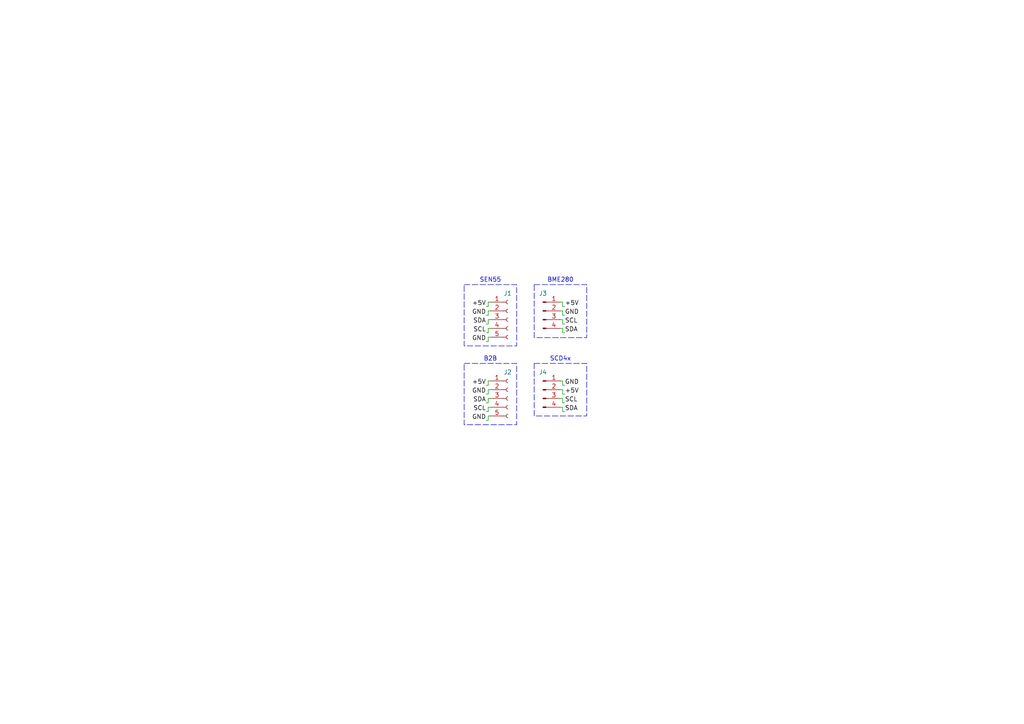
<source format=kicad_sch>
(kicad_sch (version 20250114) (generator "eeschema") (generator_version "9.0")
  (paper "A4")
  (lib_symbols
    (symbol "Connector:Conn_01x04_Pin" (pin_names (offset 1.016) (hide yes))
      (property "Reference" "J" (at 0 5.08 0))
      (property "Value" "Conn_01x04_Pin" (at 0 -7.62 0))
      (symbol "Conn_01x04_Pin_1_1"
        (rectangle (start 0.8636 2.667) (end 0 2.413) (stroke (width 0.1524)) (fill (type outline)))
        (rectangle (start 0.8636 0.127) (end 0 -0.127) (stroke (width 0.1524)) (fill (type outline)))
        (rectangle (start 0.8636 -2.413) (end 0 -2.667) (stroke (width 0.1524)) (fill (type outline)))
        (rectangle (start 0.8636 -4.953) (end 0 -5.207) (stroke (width 0.1524)) (fill (type outline)))
        (polyline (pts (xy 1.27 2.54) (xy 0.8636 2.54)) (stroke (width 0.1524)))
        (polyline (pts (xy 1.27 0) (xy 0.8636 0)) (stroke (width 0.1524)))
        (polyline (pts (xy 1.27 -2.54) (xy 0.8636 -2.54)) (stroke (width 0.1524)))
        (polyline (pts (xy 1.27 -5.08) (xy 0.8636 -5.08)) (stroke (width 0.1524)))
        (pin passive line (at 5.08 2.54 180) (length 3.81) (name "Pin_1") (number "1"))
        (pin passive line (at 5.08 0 180) (length 3.81) (name "Pin_2") (number "2"))
        (pin passive line (at 5.08 -2.54 180) (length 3.81) (name "Pin_3") (number "3"))
        (pin passive line (at 5.08 -5.08 180) (length 3.81) (name "Pin_4") (number "4"))
      )
    )
    (symbol "Connector:Conn_01x05_Socket" (pin_names (offset 1.016) (hide yes))
      (property "Reference" "J" (at 0 7.62 0))
      (property "Value" "Conn_01x05_Socket" (at 0 -7.62 0))
      (symbol "Conn_01x05_Socket_1_1"
        (polyline (pts (xy -1.27 5.08) (xy -0.508 5.08)) (stroke (width 0.1524)))
        (polyline (pts (xy -1.27 2.54) (xy -0.508 2.54)) (stroke (width 0.1524)))
        (polyline (pts (xy -1.27 0) (xy -0.508 0)) (stroke (width 0.1524)))
        (polyline (pts (xy -1.27 -2.54) (xy -0.508 -2.54)) (stroke (width 0.1524)))
        (polyline (pts (xy -1.27 -5.08) (xy -0.508 -5.08)) (stroke (width 0.1524)))
        (arc (start 0 4.572) (mid -0.5058 5.08) (end 0 5.588) (stroke (width 0.1524)))
        (arc (start 0 2.032) (mid -0.5058 2.54) (end 0 3.048) (stroke (width 0.1524)))
        (arc (start 0 -0.508) (mid -0.5058 0) (end 0 0.508) (stroke (width 0.1524)))
        (arc (start 0 -3.048) (mid -0.5058 -2.54) (end 0 -2.032) (stroke (width 0.1524)))
        (arc (start 0 -5.588) (mid -0.5058 -5.08) (end 0 -4.572) (stroke (width 0.1524)))
        (pin passive line (at -5.08 5.08 0) (length 3.81) (name "Pin_1") (number "1"))
        (pin passive line (at -5.08 2.54 0) (length 3.81) (name "Pin_2") (number "2"))
        (pin passive line (at -5.08 0 0) (length 3.81) (name "Pin_3") (number "3"))
        (pin passive line (at -5.08 -2.54 0) (length 3.81) (name "Pin_4") (number "4"))
        (pin passive line (at -5.08 -5.08 0) (length 3.81) (name "Pin_5") (number "5"))
      )
    )
  )
  (rectangle (start 134.62 105.41) (end 149.86 123.19) (stroke (width 0) (type dash)))
  (rectangle (start 154.94 82.55) (end 170.18 97.917) (stroke (width 0) (type dash)))
  (rectangle (start 154.94 105.41) (end 170.18 120.65) (stroke (width 0) (type dash)))
  (rectangle (start 134.62 82.55) (end 149.86 100.33) (stroke (width 0) (type dash)))
  (text "BME280" (at 162.56 81.28 0) (effects (font (size 1.27 1.27))))
  (text "SCD4x" (at 162.56 104.14 0) (effects (font (size 1.27 1.27))))
  (text "B2B" (at 142.24 104.14 0) (effects (font (size 1.27 1.27))))
  (text "SEN55" (at 142.24 81.28 0) (effects (font (size 1.27 1.27))))
  (wire (pts (xy 163.195 113.03) (xy 162.56 113.03)))
  (wire (pts (xy 141.605 111.76) (xy 141.605 110.49)))
  (wire (pts (xy 140.97 93.98) (xy 141.605 93.98)))
  (wire (pts (xy 163.195 96.52) (xy 163.83 96.52)))
  (wire (pts (xy 140.97 121.92) (xy 141.605 121.92)))
  (wire (pts (xy 141.605 115.57) (xy 142.24 115.57)))
  (wire (pts (xy 163.195 116.84) (xy 163.83 116.84)))
  (wire (pts (xy 141.605 93.98) (xy 141.605 92.71)))
  (wire (pts (xy 141.605 87.63) (xy 142.24 87.63)))
  (wire (pts (xy 163.195 116.84) (xy 163.195 115.57)))
  (wire (pts (xy 141.605 114.3) (xy 141.605 113.03)))
  (wire (pts (xy 140.97 111.76) (xy 141.605 111.76)))
  (wire (pts (xy 140.97 96.52) (xy 141.605 96.52)))
  (wire (pts (xy 141.605 116.84) (xy 141.605 115.57)))
  (wire (pts (xy 141.605 99.06) (xy 141.605 97.79)))
  (wire (pts (xy 163.195 96.52) (xy 163.195 95.25)))
  (wire (pts (xy 163.195 114.3) (xy 163.195 113.03)))
  (wire (pts (xy 163.195 119.38) (xy 163.83 119.38)))
  (wire (pts (xy 163.195 93.98) (xy 163.83 93.98)))
  (wire (pts (xy 141.605 96.52) (xy 141.605 95.25)))
  (wire (pts (xy 141.605 110.49) (xy 142.24 110.49)))
  (wire (pts (xy 163.195 118.11) (xy 162.56 118.11)))
  (wire (pts (xy 163.195 119.38) (xy 163.195 118.11)))
  (wire (pts (xy 140.97 91.44) (xy 141.605 91.44)))
  (wire (pts (xy 141.605 92.71) (xy 142.24 92.71)))
  (wire (pts (xy 141.605 91.44) (xy 141.605 90.17)))
  (wire (pts (xy 163.195 110.49) (xy 162.56 110.49)))
  (wire (pts (xy 163.195 115.57) (xy 162.56 115.57)))
  (wire (pts (xy 163.195 111.76) (xy 163.195 110.49)))
  (wire (pts (xy 163.195 87.63) (xy 162.56 87.63)))
  (wire (pts (xy 141.605 118.11) (xy 142.24 118.11)))
  (wire (pts (xy 140.97 99.06) (xy 141.605 99.06)))
  (wire (pts (xy 140.97 88.9) (xy 141.605 88.9)))
  (wire (pts (xy 163.195 90.17) (xy 162.56 90.17)))
  (wire (pts (xy 163.195 95.25) (xy 162.56 95.25)))
  (wire (pts (xy 163.195 92.71) (xy 162.56 92.71)))
  (wire (pts (xy 163.195 111.76) (xy 163.83 111.76)))
  (wire (pts (xy 140.97 119.38) (xy 141.605 119.38)))
  (wire (pts (xy 141.605 119.38) (xy 141.605 118.11)))
  (wire (pts (xy 163.195 91.44) (xy 163.83 91.44)))
  (wire (pts (xy 163.195 93.98) (xy 163.195 92.71)))
  (wire (pts (xy 163.195 88.9) (xy 163.83 88.9)))
  (wire (pts (xy 163.195 114.3) (xy 163.83 114.3)))
  (wire (pts (xy 141.605 88.9) (xy 141.605 87.63)))
  (wire (pts (xy 141.605 120.65) (xy 142.24 120.65)))
  (wire (pts (xy 140.97 114.3) (xy 141.605 114.3)))
  (wire (pts (xy 141.605 121.92) (xy 141.605 120.65)))
  (wire (pts (xy 140.97 116.84) (xy 141.605 116.84)))
  (wire (pts (xy 141.605 113.03) (xy 142.24 113.03)))
  (wire (pts (xy 141.605 97.79) (xy 142.24 97.79)))
  (wire (pts (xy 141.605 95.25) (xy 142.24 95.25)))
  (wire (pts (xy 163.195 88.9) (xy 163.195 87.63)))
  (wire (pts (xy 141.605 90.17) (xy 142.24 90.17)))
  (wire (pts (xy 163.195 91.44) (xy 163.195 90.17)))
  (label "+5V" (at 163.83 114.3 0))
  (label "+5V" (at 140.97 88.9 180))
  (label "GND" (at 140.97 121.92 180))
  (label "GND" (at 163.83 91.44 0))
  (label "SDA" (at 163.83 96.52 0))
  (label "SDA" (at 163.83 119.38 0))
  (label "+5V" (at 140.97 111.76 180))
  (label "SCL" (at 140.97 96.52 180))
  (label "SCL" (at 163.83 93.98 0))
  (label "SCL" (at 140.97 119.38 180))
  (label "SDA" (at 140.97 93.98 180))
  (label "+5V" (at 163.83 88.9 0))
  (label "GND" (at 140.97 91.44 180))
  (label "SCL" (at 163.83 116.84 0))
  (label "SDA" (at 140.97 116.84 180))
  (label "GND" (at 140.97 99.06 180))
  (label "GND" (at 140.97 114.3 180))
  (label "GND" (at 163.83 111.76 0))
  (symbol (lib_id "Connector:Conn_01x04_Pin") (at 157.48 90.17 0) (unit 1)
    (property "Reference" "J3" (at 157.48 85.09 0))
    (property "Value" "Conn_01x04_Pin" (effects (hide yes)))
    (property "Footprint" "Connector_PinHeader_2.54mm:PinHeader_1x04_P2.54mm_Vertical" (effects (hide yes)))
    (property "Description" "Generic connector, single row, 01x04, script generated" (effects (hide yes)))
  )
  (symbol (lib_id "Connector:Conn_01x05_Socket") (at 147.32 92.71 0) (unit 1)
    (property "Reference" "J1" (at 146.05 85.09 0) (effects (justify left)))
    (property "Value" "Conn_01x05_Socket" (effects (hide yes)))
    (property "Footprint" "Connector_JST:JST_XH_B5B-XH-A_1x05_P2.50mm_Vertical" (effects (hide yes)))
    (property "Description" "Generic connector, single row, 01x05, script generated" (effects (hide yes)))
  )
  (symbol (lib_id "Connector:Conn_01x04_Pin") (at 157.48 113.03 0) (unit 1)
    (property "Reference" "J4" (at 157.48 107.95 0))
    (property "Value" "Conn_01x04_Pin" (effects (hide yes)))
    (property "Footprint" "Connector_PinHeader_2.54mm:PinHeader_1x04_P2.54mm_Vertical" (effects (hide yes)))
    (property "Description" "Generic connector, single row, 01x04, script generated" (effects (hide yes)))
  )
  (symbol (lib_id "Connector:Conn_01x05_Socket") (at 147.32 115.57 0) (unit 1)
    (property "Reference" "J2" (at 146.05 107.95 0) (effects (justify left)))
    (property "Value" "Conn_01x05_Socket" (effects (hide yes)))
    (property "Footprint" "Connector_JST:JST_XH_B5B-XH-A_1x05_P2.50mm_Vertical" (effects (hide yes)))
    (property "Description" "Generic connector, single row, 01x05, script generated" (effects (hide yes)))
  )
)
</source>
